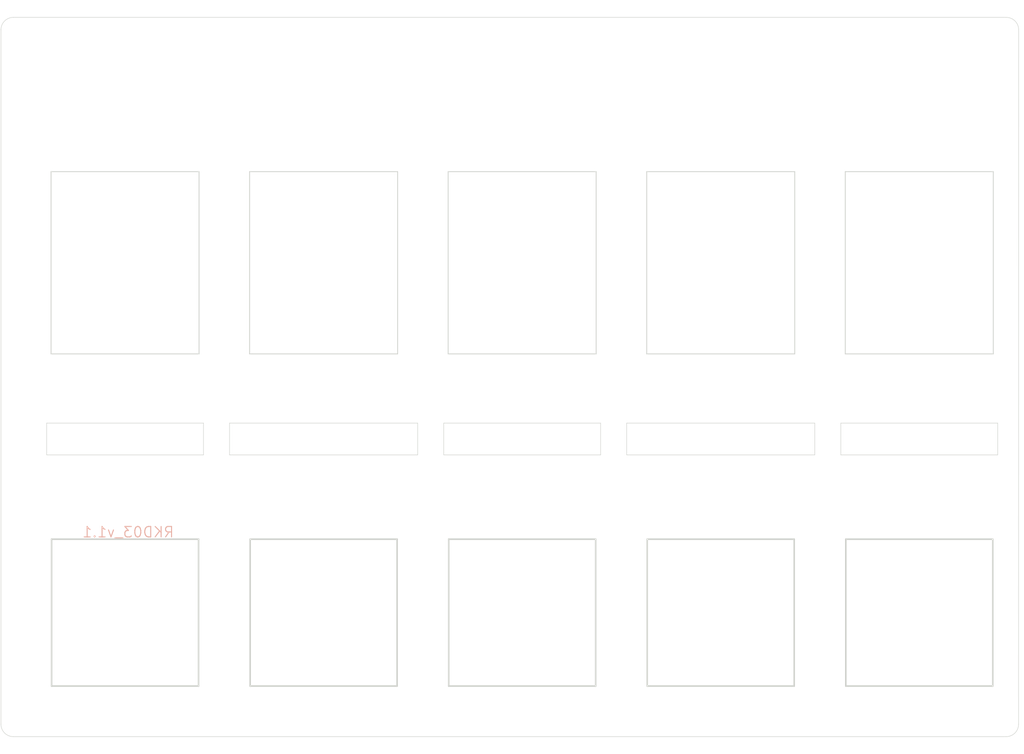
<source format=kicad_pcb>
(kicad_pcb (version 20240108) (generator "pcbnew") (generator_version "8.0")
  (layers (0 "F.Cu" signal) (31 "B.Cu" signal) (34 "B.Paste" user) (35 "F.Paste" user) (36 "B.SilkS" user "B.Silkscreen") (37 "F.SilkS" user "F.Silkscreen") (38 "B.Mask" user) (39 "F.Mask" user) (44 "Edge.Cuts" user))
  (net 0 "")
  (footprint "BrownSugar_KBD:RotaryEncoder_EC11-Hole" (layer "F.Cu") (at 92.8688 69.0562 180)
    (property "Reference" "REF**")
    (property "Value" "RotaryEncoder_EC11-Hole")
    (fp_line (start 7.1 9) (end -7.1 9) (stroke (width 0.08)) (layer "Edge.Cuts"))
    (fp_line (start 7.1 -8.5) (end 7.1 9) (stroke (width 0.08)) (layer "Edge.Cuts"))
    (fp_line (start -7.1 9) (end -7.1 -8.5) (stroke (width 0.08)) (layer "Edge.Cuts"))
    (fp_line (start -7.1 -8.5) (end 7.1 -8.5) (stroke (width 0.08)) (layer "Edge.Cuts"))
  )
  (footprint "kbd_Hole:m2_Screw_Hole" (layer "F.Cu") (at 138.1125 111.91875)
    (property "Reference" "Ref**")
    (property "Value" "Val**")
    (pad "" np_thru_hole circle (at 0 0) (size 2.2 2.2) (drill 2.2) (layers "*.Cu" "*.Mask"))
  )
  (footprint "kbd_Hole:m2_Screw_Hole" (layer "F.Cu") (at 45.24375 111.91875)
    (property "Reference" "Ref**")
    (property "Value" "Val**")
    (pad "" np_thru_hole circle (at 0 0) (size 2.2 2.2) (drill 2.2) (layers "*.Cu" "*.Mask"))
  )
  (footprint "BrownSugar_KBD:RotaryEncoder_EC11-Hole" (layer "F.Cu") (at 54.76875 69.05625 180)
    (property "Reference" "REF**")
    (property "Value" "RotaryEncoder_EC11-Hole")
    (fp_line (start 7.1 9) (end -7.1 9) (stroke (width 0.08)) (layer "Edge.Cuts"))
    (fp_line (start 7.1 -8.5) (end 7.1 9) (stroke (width 0.08)) (layer "Edge.Cuts"))
    (fp_line (start -7.1 9) (end -7.1 -8.5) (stroke (width 0.08)) (layer "Edge.Cuts"))
    (fp_line (start -7.1 -8.5) (end 7.1 -8.5) (stroke (width 0.08)) (layer "Edge.Cuts"))
  )
  (footprint "kbd_SW_Hole:SW_Hole_1u" (layer "F.Cu") (at 73.8188 102.3937)
    (property "Reference" "SW4" (hide yes))
    (property "Value" "SW_Push" (hide yes))
    (fp_line (start -7.05 -7.05) (end 7.05 -7.05) (stroke (width 0.15)) (layer "Edge.Cuts"))
    (fp_line (start -7.05 7.05) (end -7.05 -7.05) (stroke (width 0.15)) (layer "Edge.Cuts"))
    (fp_line (start 7.05 -7.05) (end 7.05 7.05) (stroke (width 0.15)) (layer "Edge.Cuts"))
    (fp_line (start 7.05 7.05) (end -7.05 7.05) (stroke (width 0.15)) (layer "Edge.Cuts"))
  )
  (footprint "kbd_SW_Hole:SW_Hole_1u" (layer "F.Cu") (at 92.8688 102.3937)
    (property "Reference" "SW6" (hide yes))
    (property "Value" "SW_Push" (hide yes))
    (fp_line (start -7.05 -7.05) (end 7.05 -7.05) (stroke (width 0.15)) (layer "Edge.Cuts"))
    (fp_line (start -7.05 7.05) (end -7.05 -7.05) (stroke (width 0.15)) (layer "Edge.Cuts"))
    (fp_line (start 7.05 -7.05) (end 7.05 7.05) (stroke (width 0.15)) (layer "Edge.Cuts"))
    (fp_line (start 7.05 7.05) (end -7.05 7.05) (stroke (width 0.15)) (layer "Edge.Cuts"))
  )
  (footprint "kbd_SW_Hole:SW_Hole_1u" (layer "F.Cu") (at 130.9688 102.3937)
    (property "Reference" "SW10" (hide yes))
    (property "Value" "SW_Push" (hide yes))
    (fp_line (start -7.05 -7.05) (end 7.05 -7.05) (stroke (width 0.15)) (layer "Edge.Cuts"))
    (fp_line (start -7.05 7.05) (end -7.05 -7.05) (stroke (width 0.15)) (layer "Edge.Cuts"))
    (fp_line (start 7.05 -7.05) (end 7.05 7.05) (stroke (width 0.15)) (layer "Edge.Cuts"))
    (fp_line (start 7.05 7.05) (end -7.05 7.05) (stroke (width 0.15)) (layer "Edge.Cuts"))
  )
  (footprint "BrownSugar_KBD:RotaryEncoder_EC11-Hole" (layer "F.Cu") (at 73.8188 69.0562 180)
    (property "Reference" "REF**")
    (property "Value" "RotaryEncoder_EC11-Hole")
    (fp_line (start 7.1 9) (end -7.1 9) (stroke (width 0.08)) (layer "Edge.Cuts"))
    (fp_line (start 7.1 -8.5) (end 7.1 9) (stroke (width 0.08)) (layer "Edge.Cuts"))
    (fp_line (start -7.1 9) (end -7.1 -8.5) (stroke (width 0.08)) (layer "Edge.Cuts"))
    (fp_line (start -7.1 -8.5) (end 7.1 -8.5) (stroke (width 0.08)) (layer "Edge.Cuts"))
  )
  (footprint "kbd_SW_Hole:SW_Hole_1u" (layer "F.Cu") (at 54.7688 102.3937)
    (property "Reference" "SW2" (hide yes))
    (property "Value" "SW_Push" (hide yes))
    (fp_line (start -7.05 -7.05) (end 7.05 -7.05) (stroke (width 0.15)) (layer "Edge.Cuts"))
    (fp_line (start -7.05 7.05) (end -7.05 -7.05) (stroke (width 0.15)) (layer "Edge.Cuts"))
    (fp_line (start 7.05 -7.05) (end 7.05 7.05) (stroke (width 0.15)) (layer "Edge.Cuts"))
    (fp_line (start 7.05 7.05) (end -7.05 7.05) (stroke (width 0.15)) (layer "Edge.Cuts"))
  )
  (footprint "kbd_SW_Hole:SW_Hole_1u" (layer "F.Cu") (at 111.9188 102.3937)
    (property "Reference" "SW8" (hide yes))
    (property "Value" "SW_Push" (hide yes))
    (fp_line (start -7.05 -7.05) (end 7.05 -7.05) (stroke (width 0.15)) (layer "Edge.Cuts"))
    (fp_line (start -7.05 7.05) (end -7.05 -7.05) (stroke (width 0.15)) (layer "Edge.Cuts"))
    (fp_line (start 7.05 -7.05) (end 7.05 7.05) (stroke (width 0.15)) (layer "Edge.Cuts"))
    (fp_line (start 7.05 7.05) (end -7.05 7.05) (stroke (width 0.15)) (layer "Edge.Cuts"))
  )
  (footprint "BrownSugar_KBD:RotaryEncoder_EC11-Hole" (layer "F.Cu") (at 111.9188 69.0562 180)
    (property "Reference" "REF**")
    (property "Value" "RotaryEncoder_EC11-Hole")
    (fp_line (start 7.1 9) (end -7.1 9) (stroke (width 0.08)) (layer "Edge.Cuts"))
    (fp_line (start 7.1 -8.5) (end 7.1 9) (stroke (width 0.08)) (layer "Edge.Cuts"))
    (fp_line (start -7.1 9) (end -7.1 -8.5) (stroke (width 0.08)) (layer "Edge.Cuts"))
    (fp_line (start -7.1 -8.5) (end 7.1 -8.5) (stroke (width 0.08)) (layer "Edge.Cuts"))
  )
  (footprint "kbd_Hole:m2_Screw_Hole" (layer "F.Cu") (at 45.24375 47.625)
    (property "Reference" "Ref**")
    (property "Value" "Val**")
    (pad "" np_thru_hole circle (at 0 0) (size 2.2 2.2) (drill 2.2) (layers "*.Cu" "*.Mask"))
  )
  (footprint "BrownSugar_KBD:RotaryEncoder_EC11-Hole" (layer "F.Cu") (at 130.9688 69.0562 180)
    (property "Reference" "REF**")
    (property "Value" "RotaryEncoder_EC11-Hole")
    (fp_line (start 7.1 9) (end -7.1 9) (stroke (width 0.08)) (layer "Edge.Cuts"))
    (fp_line (start 7.1 -8.5) (end 7.1 9) (stroke (width 0.08)) (layer "Edge.Cuts"))
    (fp_line (start -7.1 9) (end -7.1 -8.5) (stroke (width 0.08)) (layer "Edge.Cuts"))
    (fp_line (start -7.1 -8.5) (end 7.1 -8.5) (stroke (width 0.08)) (layer "Edge.Cuts"))
  )
  (footprint "kbd_Hole:m2_Screw_Hole" (layer "F.Cu") (at 138.1125 47.625)
    (property "Reference" "Ref**")
    (property "Value" "Val**")
    (pad "" np_thru_hole circle (at 0 0) (size 2.2 2.2) (drill 2.2) (layers "*.Cu" "*.Mask"))
  )
  (footprint "Rikkodo_FootPrint:rkd_KeyHall_3x15" (layer "B.Cu") (at 54.7688 85.7251 180)
    (property "Reference" "LED1" (hide yes))
    (property "Value" "LED_SK6812MINI-E" (hide yes))
    (fp_line (start 7.525 -1.525) (end 7.525 1.525) (stroke (width 0.05)) (layer "Edge.Cuts"))
    (fp_line (start -7.525 1.525) (end 7.525 1.525) (stroke (width 0.05)) (layer "Edge.Cuts"))
    (fp_line (start -7.525 1.525) (end -7.525 -1.525) (stroke (width 0.05)) (layer "Edge.Cuts"))
    (fp_line (start -7.525 -1.525) (end 7.525 -1.525) (stroke (width 0.05)) (layer "Edge.Cuts"))
  )
  (footprint "Rikkodo_FootPrint:rkd_KeyHall_3x15" (layer "B.Cu") (at 130.9688 85.725 180)
    (property "Reference" "LED5" (hide yes))
    (property "Value" "LED_SK6812MINI-E" (hide yes))
    (fp_line (start 7.525 -1.525) (end 7.525 1.525) (stroke (width 0.05)) (layer "Edge.Cuts"))
    (fp_line (start -7.525 1.525) (end 7.525 1.525) (stroke (width 0.05)) (layer "Edge.Cuts"))
    (fp_line (start -7.525 1.525) (end -7.525 -1.525) (stroke (width 0.05)) (layer "Edge.Cuts"))
    (fp_line (start -7.525 -1.525) (end 7.525 -1.525) (stroke (width 0.05)) (layer "Edge.Cuts"))
  )
  (footprint "Rikkodo_FootPrint:rkd_KeyHall_3x15" (layer "B.Cu") (at 92.8688 85.725 180)
    (property "Reference" "LED3" (hide yes))
    (property "Value" "LED_SK6812MINI-E" (hide yes))
    (fp_line (start 7.525 -1.525) (end 7.525 1.525) (stroke (width 0.05)) (layer "Edge.Cuts"))
    (fp_line (start -7.525 1.525) (end 7.525 1.525) (stroke (width 0.05)) (layer "Edge.Cuts"))
    (fp_line (start -7.525 1.525) (end -7.525 -1.525) (stroke (width 0.05)) (layer "Edge.Cuts"))
    (fp_line (start -7.525 -1.525) (end 7.525 -1.525) (stroke (width 0.05)) (layer "Edge.Cuts"))
  )
  (footprint "Rikkodo_FootPrint:rkd_KeyHall_3x18" (layer "B.Cu") (at 73.8188 85.7251 180)
    (property "Reference" "LED2" (hide yes))
    (property "Value" "LED_SK6812MINI-E" (hide yes))
    (fp_line (start 9.025 -1.525) (end 9.025 1.525) (stroke (width 0.05)) (layer "Edge.Cuts"))
    (fp_line (start -9.025 1.525) (end 9.025 1.525) (stroke (width 0.05)) (layer "Edge.Cuts"))
    (fp_line (start -9.025 1.525) (end -9.025 -1.525) (stroke (width 0.05)) (layer "Edge.Cuts"))
    (fp_line (start -9.025 -1.525) (end 9.025 -1.525) (stroke (width 0.05)) (layer "Edge.Cuts"))
  )
  (footprint "Rikkodo_FootPrint:rkd_KeyHall_3x18" (layer "B.Cu") (at 111.9188 85.725 180)
    (property "Reference" "LED4" (hide yes))
    (property "Value" "LED_SK6812MINI-E" (hide yes))
    (fp_line (start 9.025 -1.525) (end 9.025 1.525) (stroke (width 0.05)) (layer "Edge.Cuts"))
    (fp_line (start -9.025 1.525) (end 9.025 1.525) (stroke (width 0.05)) (layer "Edge.Cuts"))
    (fp_line (start -9.025 1.525) (end -9.025 -1.525) (stroke (width 0.05)) (layer "Edge.Cuts"))
    (fp_line (start -9.025 -1.525) (end 9.025 -1.525) (stroke (width 0.05)) (layer "Edge.Cuts"))
  )
  (gr_arc (start 140.493775 113.10935) (mid 140.145059 113.951274) (end 139.30315 114.299975) (stroke (width 0.05)) (layer "Edge.Cuts"))
  (gr_line (start 42.86255 46.43435) (end 42.862525 113.10935) (stroke (width 0.05)) (layer "Edge.Cuts"))
  (gr_arc (start 42.86255 46.43435) (mid 43.211279 45.592494) (end 44.05315 45.24375) (stroke (width 0.05)) (layer "Edge.Cuts"))
  (gr_line (start 140.503125 46.4344) (end 140.493775 113.10935) (stroke (width 0.05)) (layer "Edge.Cuts"))
  (gr_arc (start 44.05315 114.299975) (mid 43.211244 113.951256) (end 42.862525 113.10935) (stroke (width 0.05)) (layer "Edge.Cuts"))
  (gr_line (start 139.303125 45.24375) (end 44.05315 45.24375) (stroke (width 0.05)) (layer "Edge.Cuts"))
  (gr_line (start 44.05315 114.299975) (end 139.30315 114.299975) (stroke (width 0.05)) (layer "Edge.Cuts"))
  (gr_arc (start 139.3125 45.243775) (mid 140.15439 45.592503) (end 140.503125 46.4344) (stroke (width 0.05)) (layer "Edge.Cuts"))
  (gr_text "RKD03_v1.1" (at 59.53125 95.25 0) (layer "B.SilkS") (effects (font (size 1 1) (thickness 0.1)) (justify left bottom mirror)))
)
</source>
